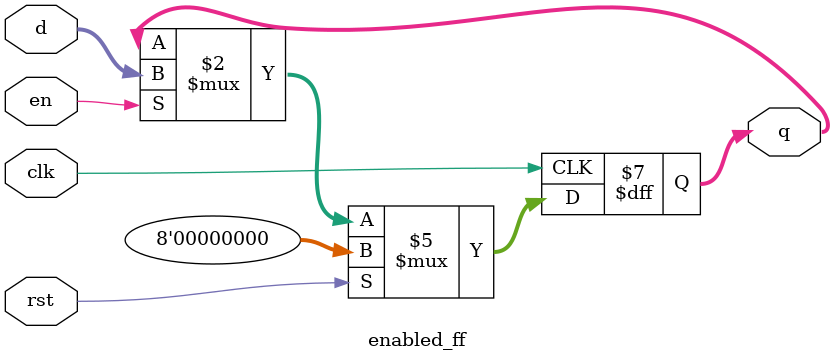
<source format=sv>
module enabled_ff (
    input  logic       clk,
    input  logic       rst,
    input  logic       en,
    input  logic [7:0] d,
    output logic [7:0] q
);
    always_ff @(posedge clk) begin
        if (rst)
            q <= 8'd0;
        else if (en)
            q <= d;
    end
endmodule

</source>
